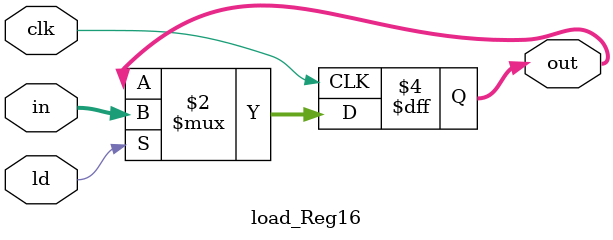
<source format=v>
module load_Reg16 (clk, ld, in, out);
	input clk, ld;
	input [15:0] in;
	output reg [15:0] out;

	always @(posedge clk) begin
		if (ld) out <= in;
	end
endmodule
</source>
